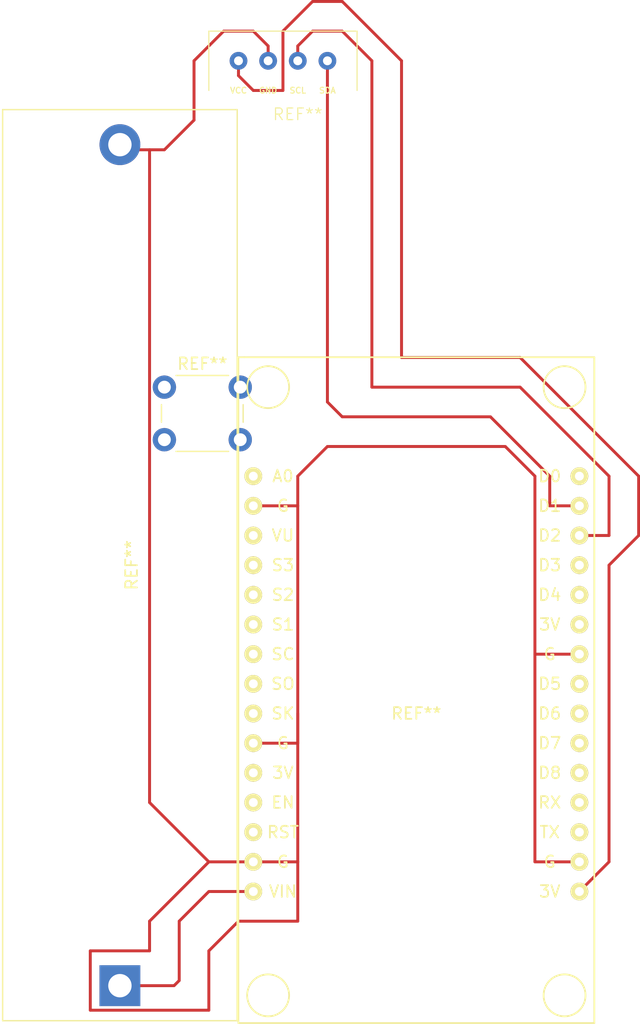
<source format=kicad_pcb>
(kicad_pcb (version 20221018) (generator pcbnew)
  (layers (0 "F.Cu" signal) (31 "B.Cu" signal) (34 "B.Paste" user) (35 "F.Paste" user) (36 "B.SilkS" user "B.Silkscreen") (37 "F.SilkS" user "F.Silkscreen") (38 "B.Mask" user) (39 "F.Mask" user) (44 "Edge.Cuts" user))
  (net 0 "")
  (footprint "Button_Switch_THT:SW_PUSH_6mm" (layer "F.Cu") (at 137.16 101.6)
    (fp_text reference "REF**" (at 3.25 -2) (layer "F.SilkS"))
    (fp_text value "SW_PUSH_6mm")
    (fp_line (start -0.25 1.5) (end -0.25 3) (stroke (width 0.12)) (layer "F.SilkS"))
    (fp_line (start 1 5.5) (end 5.5 5.5) (stroke (width 0.12)) (layer "F.SilkS"))
    (fp_line (start 5.5 -1) (end 1 -1) (stroke (width 0.12)) (layer "F.SilkS"))
    (fp_line (start 6.75 3) (end 6.75 1.5) (stroke (width 0.12)) (layer "F.SilkS"))
    (pad "1" thru_hole circle (at 0 0 90) (size 2 2) (drill 1.1) (layers "*.Cu" "*.Mask"))
    (pad "1" thru_hole circle (at 6.5 0 90) (size 2 2) (drill 1.1) (layers "*.Cu" "*.Mask"))
    (pad "2" thru_hole circle (at 0 4.5 90) (size 2 2) (drill 1.1) (layers "*.Cu" "*.Mask"))
    (pad "2" thru_hole circle (at 6.5 4.5 90) (size 2 2) (drill 1.1) (layers "*.Cu" "*.Mask"))
  )
  (footprint "Battery:BatteryHolder_MPD_BH-18650-PC2" (layer "F.Cu") (at 133.35 152.84 90)
    (fp_text reference "REF**" (at 36 1 90) (layer "F.SilkS"))
    (fp_text value "BatteryHolder_MPD_BH-18650-PC2")
    (fp_line (start -3 -10.05) (end 75 -10.05) (stroke (width 0.12)) (layer "F.SilkS"))
    (fp_line (start -3 10.05) (end -3 -10.05) (stroke (width 0.12)) (layer "F.SilkS"))
    (fp_line (start 75 -10.05) (end 75 10.05) (stroke (width 0.12)) (layer "F.SilkS"))
    (fp_line (start 75 10.05) (end -3 10.05) (stroke (width 0.12)) (layer "F.SilkS"))
    (pad "" np_thru_hole circle (at 8.645 0 90) (size 3.2 3.2) (drill 3.2) (layers "*.Cu" "*.Mask"))
    (pad "" np_thru_hole circle (at 64.255 0 90) (size 3.2 3.2) (drill 3.2) (layers "*.Cu" "*.Mask"))
    (pad "1" thru_hole rect (at 0 0 90) (size 3.5 3.5) (drill 2) (layers "*.Cu" "*.Mask"))
    (pad "2" thru_hole circle (at 72 0 90) (size 3.5 3.5) (drill 2) (layers "*.Cu" "*.Mask"))
  )
  (footprint "Downloads:NodeMCU-LoLinV3" (layer "F.Cu") (at 158.75 129.54)
    (fp_text reference "REF**" (at 0 0) (layer "F.SilkS"))
    (fp_text value "LoLin V3 NodeMCU")
    (fp_text user "D5" (at 11.43 -2.54) (layer "F.SilkS"))
    (fp_text user "S2" (at -11.43 -10.16) (layer "F.SilkS"))
    (fp_text user "D2" (at 11.43 -15.24) (layer "F.SilkS"))
    (fp_text user "D8" (at 11.43 5.08) (layer "F.SilkS"))
    (fp_text user "TX" (at 11.43 10.16) (layer "F.SilkS"))
    (fp_text user "D6" (at 11.43 0) (layer "F.SilkS"))
    (fp_text user "G" (at -11.43 2.54) (layer "F.SilkS"))
    (fp_text user "RST" (at -11.43 10.16) (layer "F.SilkS"))
    (fp_text user "SC" (at -11.43 -5.08) (layer "F.SilkS"))
    (fp_text user "3V" (at -11.43 5.08) (layer "F.SilkS"))
    (fp_text user "D0" (at 11.43 -20.32) (layer "F.SilkS"))
    (fp_text user "EN" (at -11.43 7.62) (layer "F.SilkS"))
    (fp_text user "G" (at -11.43 -17.78) (layer "F.SilkS"))
    (fp_text user "G" (at -11.43 12.7) (layer "F.SilkS"))
    (fp_text user "G" (at 11.43 -5.08) (layer "F.SilkS"))
    (fp_text user "D7" (at 11.43 2.54) (layer "F.SilkS"))
    (fp_text user "3V" (at 11.43 15.24) (layer "F.SilkS"))
    (fp_text user "VU" (at -11.43 -15.24) (layer "F.SilkS"))
    (fp_text user "SO" (at -11.43 -2.54) (layer "F.SilkS"))
    (fp_text user "S3" (at -11.43 -12.7) (layer "F.SilkS"))
    (fp_text user "RX" (at 11.43 7.62) (layer "F.SilkS"))
    (fp_text user "VIN" (at -11.43 15.24) (layer "F.SilkS"))
    (fp_text user "3V" (at 11.43 -7.62) (layer "F.SilkS"))
    (fp_text user "D3" (at 11.43 -12.7) (layer "F.SilkS"))
    (fp_text user "S1" (at -11.43 -7.62) (layer "F.SilkS"))
    (fp_text user "SK" (at -11.43 0) (layer "F.SilkS"))
    (fp_text user "G" (at 11.43 12.7) (layer "F.SilkS"))
    (fp_text user "D1" (at 11.43 -17.78) (layer "F.SilkS"))
    (fp_text user "D4" (at 11.43 -10.16) (layer "F.SilkS"))
    (fp_text user "A0" (at -11.43 -20.32) (layer "F.SilkS"))
    (fp_line (start -15.25 -30.5) (end -15.25 26.5) (stroke (width 0.15)) (layer "F.SilkS"))
    (fp_line (start -15.25 26.5) (end 15.25 26.5) (stroke (width 0.15)) (layer "F.SilkS"))
    (fp_line (start -14.75 -30.5) (end -15.25 -30.5) (stroke (width 0.15)) (layer "F.SilkS"))
    (fp_line (start 15.25 -30.5) (end -14.75 -30.5) (stroke (width 0.15)) (layer "F.SilkS"))
    (fp_line (start 15.25 26.5) (end 15.25 -30.5) (stroke (width 0.15)) (layer "F.SilkS"))
    (fp_circle (center -12.7 -27.94) (end -11.43 -29.21) (stroke (width 0.15)) (fill none) (layer "F.SilkS"))
    (fp_circle (center -12.7 24.13) (end -11.43 22.86) (stroke (width 0.15)) (fill none) (layer "F.SilkS"))
    (fp_circle (center 12.7 -27.94) (end 13.97 -29.21) (stroke (width 0.15)) (fill none) (layer "F.SilkS"))
    (fp_circle (center 12.7 24.13) (end 13.97 22.86) (stroke (width 0.15)) (fill none) (layer "F.SilkS"))
    (pad "1" thru_hole circle (at -13.97 -20.32) (size 1.524 1.524) (drill 0.762) (layers "*.Cu" "*.Mask" "F.SilkS"))
    (pad "2" thru_hole circle (at -13.97 -17.78) (size 1.524 1.524) (drill 0.762) (layers "*.Cu" "*.Mask" "F.SilkS"))
    (pad "3" thru_hole circle (at -13.97 -15.24) (size 1.524 1.524) (drill 0.762) (layers "*.Cu" "*.Mask" "F.SilkS"))
    (pad "4" thru_hole circle (at -13.97 -12.7) (size 1.524 1.524) (drill 0.762) (layers "*.Cu" "*.Mask" "F.SilkS"))
    (pad "5" thru_hole circle (at -13.97 -10.16) (size 1.524 1.524) (drill 0.762) (layers "*.Cu" "*.Mask" "F.SilkS"))
    (pad "6" thru_hole circle (at -13.97 -7.62) (size 1.524 1.524) (drill 0.762) (layers "*.Cu" "*.Mask" "F.SilkS"))
    (pad "7" thru_hole circle (at -13.97 -5.08) (size 1.524 1.524) (drill 0.762) (layers "*.Cu" "*.Mask" "F.SilkS"))
    (pad "8" thru_hole circle (at -13.97 -2.54) (size 1.524 1.524) (drill 0.762) (layers "*.Cu" "*.Mask" "F.SilkS"))
    (pad "9" thru_hole circle (at -13.97 0) (size 1.524 1.524) (drill 0.762) (layers "*.Cu" "*.Mask" "F.SilkS"))
    (pad "10" thru_hole circle (at -13.97 2.54) (size 1.524 1.524) (drill 0.762) (layers "*.Cu" "*.Mask" "F.SilkS"))
    (pad "11" thru_hole circle (at -13.97 5.08) (size 1.524 1.524) (drill 0.762) (layers "*.Cu" "*.Mask" "F.SilkS"))
    (pad "12" thru_hole circle (at -13.97 7.62) (size 1.524 1.524) (drill 0.762) (layers "*.Cu" "*.Mask" "F.SilkS"))
    (pad "13" thru_hole circle (at -13.97 10.16) (size 1.524 1.524) (drill 0.762) (layers "*.Cu" "*.Mask" "F.SilkS"))
    (pad "14" thru_hole circle (at -13.97 12.7) (size 1.524 1.524) (drill 0.762) (layers "*.Cu" "*.Mask" "F.SilkS"))
    (pad "15" thru_hole circle (at -13.97 15.24) (size 1.524 1.524) (drill 0.762) (layers "*.Cu" "*.Mask" "F.SilkS"))
    (pad "16" thru_hole circle (at 13.97 15.24) (size 1.524 1.524) (drill 0.762) (layers "*.Cu" "*.Mask" "F.SilkS"))
    (pad "17" thru_hole circle (at 13.97 12.7) (size 1.524 1.524) (drill 0.762) (layers "*.Cu" "*.Mask" "F.SilkS"))
    (pad "18" thru_hole circle (at 13.97 10.16) (size 1.524 1.524) (drill 0.762) (layers "*.Cu" "*.Mask" "F.SilkS"))
    (pad "19" thru_hole circle (at 13.97 7.62) (size 1.524 1.524) (drill 0.762) (layers "*.Cu" "*.Mask" "F.SilkS"))
    (pad "20" thru_hole circle (at 13.97 5.08) (size 1.524 1.524) (drill 0.762) (layers "*.Cu" "*.Mask" "F.SilkS"))
    (pad "21" thru_hole circle (at 13.97 2.54) (size 1.524 1.524) (drill 0.762) (layers "*.Cu" "*.Mask" "F.SilkS"))
    (pad "22" thru_hole circle (at 13.97 0) (size 1.524 1.524) (drill 0.762) (layers "*.Cu" "*.Mask" "F.SilkS"))
    (pad "23" thru_hole circle (at 13.97 -2.54) (size 1.524 1.524) (drill 0.762) (layers "*.Cu" "*.Mask" "F.SilkS"))
    (pad "24" thru_hole circle (at 13.97 -5.08) (size 1.524 1.524) (drill 0.762) (layers "*.Cu" "*.Mask" "F.SilkS"))
    (pad "25" thru_hole circle (at 13.97 -7.62) (size 1.524 1.524) (drill 0.762) (layers "*.Cu" "*.Mask" "F.SilkS"))
    (pad "26" thru_hole circle (at 13.97 -10.16) (size 1.524 1.524) (drill 0.762) (layers "*.Cu" "*.Mask" "F.SilkS"))
    (pad "27" thru_hole circle (at 13.97 -12.7) (size 1.524 1.524) (drill 0.762) (layers "*.Cu" "*.Mask" "F.SilkS"))
    (pad "28" thru_hole circle (at 13.97 -15.24) (size 1.524 1.524) (drill 0.762) (layers "*.Cu" "*.Mask" "F.SilkS"))
    (pad "29" thru_hole circle (at 13.97 -17.78) (size 1.524 1.524) (drill 0.762) (layers "*.Cu" "*.Mask" "F.SilkS"))
    (pad "30" thru_hole circle (at 13.97 -20.32) (size 1.524 1.524) (drill 0.762) (layers "*.Cu" "*.Mask" "F.SilkS"))
  )
  (footprint "Downloads:Display" (layer "F.Cu") (at 148.59 78.74)
    (fp_text reference "REF**" (at 0 -0.5 unlocked) (layer "F.SilkS") (effects (font (thickness 0.1))))
    (fp_text value "Display")
    (fp_text user "VCC" (at -5.08 -2.54 unlocked) (layer "F.SilkS") (effects (font (size 0.5 0.5) (thickness 0.1))))
    (fp_text user "SDA" (at 2.54 -2.54 unlocked) (layer "F.SilkS") (effects (font (size 0.5 0.5) (thickness 0.1))))
    (fp_text user "GND" (at -2.54 -2.54 unlocked) (layer "F.SilkS") (effects (font (size 0.5 0.5) (thickness 0.1))))
    (fp_text user "SCL" (at 0 -2.54 unlocked) (layer "F.SilkS") (effects (font (size 0.5 0.5) (thickness 0.1))))
    (fp_line (start -7.62 -7.62) (end 5.08 -7.62) (stroke (width 0.1)) (layer "F.SilkS"))
    (fp_line (start -7.62 -2.54) (end -7.62 -7.62) (stroke (width 0.1)) (layer "F.SilkS"))
    (fp_line (start 5.08 -7.62) (end 5.08 -2.54) (stroke (width 0.1)) (layer "F.SilkS"))
    (pad "1" thru_hole circle (at -5.08 -5.08) (size 1.524 1.524) (drill 0.762) (layers "*.Cu" "*.Mask"))
    (pad "2" thru_hole circle (at -2.54 -5.08) (size 1.524 1.524) (drill 0.762) (layers "*.Cu" "*.Mask"))
    (pad "3" thru_hole circle (at 0 -5.08) (size 1.524 1.524) (drill 0.762) (layers "*.Cu" "*.Mask"))
    (pad "4" thru_hole circle (at 2.54 -5.08) (size 1.524 1.524) (drill 0.762) (layers "*.Cu" "*.Mask"))
  )
  (segment (start 143.51 147.32) (end 148.59 147.32) (width 0.25) (layer "F.Cu") (net 0))
  (segment (start 148.59 72.39) (end 149.86 71.12) (width 0.25) (layer "F.Cu") (net 0))
  (segment (start 177.8 109.22) (end 177.8 114.3) (width 0.25) (layer "F.Cu") (net 0))
  (segment (start 144.78 142.24) (end 148.59 142.24) (width 0.25) (layer "F.Cu") (net 0))
  (segment (start 138.43 152.4) (end 137.99 152.84) (width 0.25) (layer "F.Cu") (net 0))
  (segment (start 152.4 71.12) (end 154.94 73.66) (width 0.25) (layer "F.Cu") (net 0))
  (segment (start 166.37 106.68) (end 168.91 109.22) (width 0.25) (layer "F.Cu") (net 0))
  (segment (start 147.32 76.2) (end 147.32 71.12) (width 0.25) (layer "F.Cu") (net 0))
  (segment (start 143.51 74.93) (end 144.78 76.2) (width 0.25) (layer "F.Cu") (net 0))
  (segment (start 154.94 101.6) (end 167.64 101.6) (width 0.25) (layer "F.Cu") (net 0))
  (segment (start 175.26 114.3) (end 172.72 114.3) (width 0.25) (layer "F.Cu") (net 0))
  (segment (start 175.26 142.24) (end 172.72 144.78) (width 0.25) (layer "F.Cu") (net 0))
  (segment (start 168.91 109.22) (end 168.91 124.46) (width 0.25) (layer "F.Cu") (net 0))
  (segment (start 157.48 73.66) (end 157.48 99.06) (width 0.25) (layer "F.Cu") (net 0))
  (segment (start 168.91 124.46) (end 168.91 142.24) (width 0.25) (layer "F.Cu") (net 0))
  (segment (start 147.32 71.12) (end 149.86 68.58) (width 0.25) (layer "F.Cu") (net 0))
  (segment (start 140.97 154.94) (end 140.97 149.86) (width 0.25) (layer "F.Cu") (net 0))
  (segment (start 151.13 106.68) (end 166.37 106.68) (width 0.25) (layer "F.Cu") (net 0))
  (segment (start 148.59 147.32) (end 148.59 142.24) (width 0.25) (layer "F.Cu") (net 0))
  (segment (start 149.86 71.12) (end 152.4 71.12) (width 0.25) (layer "F.Cu") (net 0))
  (segment (start 144.78 71.12) (end 142.24 71.12) (width 0.25) (layer "F.Cu") (net 0))
  (segment (start 140.97 149.86) (end 143.51 147.32) (width 0.25) (layer "F.Cu") (net 0))
  (segment (start 130.81 154.94) (end 140.97 154.94) (width 0.25) (layer "F.Cu") (net 0))
  (segment (start 170.18 111.76) (end 172.72 111.76) (width 0.25) (layer "F.Cu") (net 0))
  (segment (start 140.97 142.24) (end 135.89 137.16) (width 0.25) (layer "F.Cu") (net 0))
  (segment (start 146.05 73.66) (end 146.05 72.39) (width 0.25) (layer "F.Cu") (net 0))
  (segment (start 135.89 137.16) (end 135.89 81.28) (width 0.25) (layer "F.Cu") (net 0))
  (segment (start 142.24 71.12) (end 139.7 73.66) (width 0.25) (layer "F.Cu") (net 0))
  (segment (start 130.81 149.86) (end 130.81 154.94) (width 0.25) (layer "F.Cu") (net 0))
  (segment (start 157.48 99.06) (end 167.64 99.06) (width 0.25) (layer "F.Cu") (net 0))
  (segment (start 144.78 76.2) (end 147.32 76.2) (width 0.25) (layer "F.Cu") (net 0))
  (segment (start 148.59 73.66) (end 148.59 72.39) (width 0.25) (layer "F.Cu") (net 0))
  (segment (start 144.78 111.76) (end 148.59 111.76) (width 0.25) (layer "F.Cu") (net 0))
  (segment (start 148.59 142.24) (end 148.59 111.76) (width 0.25) (layer "F.Cu") (net 0))
  (segment (start 133.79 81.28) (end 133.35 80.84) (width 0.25) (layer "F.Cu") (net 0))
  (segment (start 148.59 109.22) (end 151.13 106.68) (width 0.25) (layer "F.Cu") (net 0))
  (segment (start 135.89 81.28) (end 133.79 81.28) (width 0.25) (layer "F.Cu") (net 0))
  (segment (start 154.94 73.66) (end 154.94 101.6) (width 0.25) (layer "F.Cu") (net 0))
  (segment (start 144.78 132.08) (end 148.59 132.08) (width 0.25) (layer "F.Cu") (net 0))
  (segment (start 135.89 147.32) (end 135.89 149.86) (width 0.25) (layer "F.Cu") (net 0))
  (segment (start 151.13 102.87) (end 152.4 104.14) (width 0.25) (layer "F.Cu") (net 0))
  (segment (start 139.7 78.74) (end 137.16 81.28) (width 0.25) (layer "F.Cu") (net 0))
  (segment (start 167.64 101.6) (end 175.26 109.22) (width 0.25) (layer "F.Cu") (net 0))
  (segment (start 151.13 73.66) (end 151.13 102.87) (width 0.25) (layer "F.Cu") (net 0))
  (segment (start 138.43 147.32) (end 138.43 152.4) (width 0.25) (layer "F.Cu") (net 0))
  (segment (start 168.91 142.24) (end 172.72 142.24) (width 0.25) (layer "F.Cu") (net 0))
  (segment (start 144.78 144.78) (end 140.97 144.78) (width 0.25) (layer "F.Cu") (net 0))
  (segment (start 165.1 104.14) (end 170.18 109.22) (width 0.25) (layer "F.Cu") (net 0))
  (segment (start 148.59 132.08) (end 148.59 129.54) (width 0.25) (layer "F.Cu") (net 0))
  (segment (start 175.26 116.84) (end 175.26 142.24) (width 0.25) (layer "F.Cu") (net 0))
  (segment (start 167.64 99.06) (end 177.8 109.22) (width 0.25) (layer "F.Cu") (net 0))
  (segment (start 137.99 152.84) (end 133.35 152.84) (width 0.25) (layer "F.Cu") (net 0))
  (segment (start 146.05 72.39) (end 144.78 71.12) (width 0.25) (layer "F.Cu") (net 0))
  (segment (start 148.59 111.76) (end 148.59 109.22) (width 0.25) (layer "F.Cu") (net 0))
  (segment (start 152.4 104.14) (end 165.1 104.14) (width 0.25) (layer "F.Cu") (net 0))
  (segment (start 170.18 109.22) (end 170.18 111.76) (width 0.25) (layer "F.Cu") (net 0))
  (segment (start 135.89 149.86) (end 130.81 149.86) (width 0.25) (layer "F.Cu") (net 0))
  (segment (start 152.4 68.58) (end 157.48 73.66) (width 0.25) (layer "F.Cu") (net 0))
  (segment (start 149.86 68.58) (end 152.4 68.58) (width 0.25) (layer "F.Cu") (net 0))
  (segment (start 137.16 81.28) (end 135.89 81.28) (width 0.25) (layer "F.Cu") (net 0))
  (segment (start 144.78 142.24) (end 140.97 142.24) (width 0.25) (layer "F.Cu") (net 0))
  (segment (start 172.72 124.46) (end 168.91 124.46) (width 0.25) (layer "F.Cu") (net 0))
  (segment (start 175.26 109.22) (end 175.26 114.3) (width 0.25) (layer "F.Cu") (net 0))
  (segment (start 177.8 114.3) (end 175.26 116.84) (width 0.25) (layer "F.Cu") (net 0))
  (segment (start 143.51 73.66) (end 143.51 74.93) (width 0.25) (layer "F.Cu") (net 0))
  (segment (start 139.7 73.66) (end 139.7 78.74) (width 0.25) (layer "F.Cu") (net 0))
  (segment (start 140.97 144.78) (end 138.43 147.32) (width 0.25) (layer "F.Cu") (net 0))
  (segment (start 140.97 142.24) (end 135.89 147.32) (width 0.25) (layer "F.Cu") (net 0))
)
</source>
